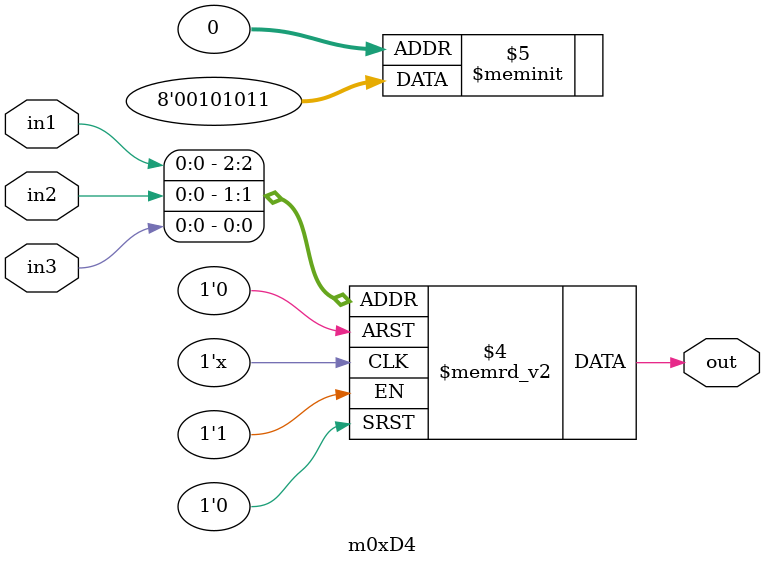
<source format=v>
module m0xD4(output out, input in1, in2, in3);

   always @(in1, in2, in3)
     begin
        case({in1, in2, in3})
          3'b000: {out} = 1'b1;
          3'b001: {out} = 1'b1;
          3'b010: {out} = 1'b0;
          3'b011: {out} = 1'b1;
          3'b100: {out} = 1'b0;
          3'b101: {out} = 1'b1;
          3'b110: {out} = 1'b0;
          3'b111: {out} = 1'b0;
        endcase // case ({in1, in2, in3})
     end // always @ (in1, in2, in3)

endmodule // m0xD4
</source>
